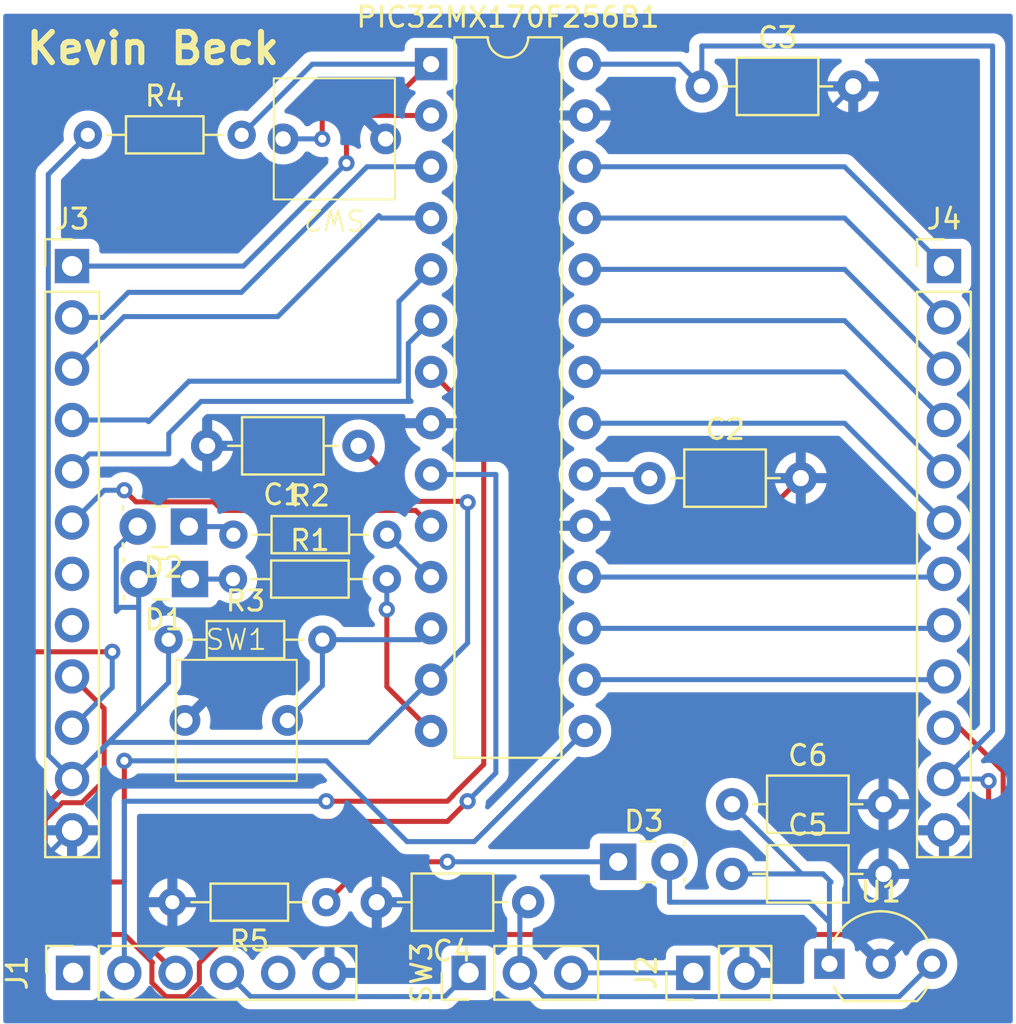
<source format=kicad_pcb>
(kicad_pcb (version 20221018) (generator pcbnew)
  (layers (0 "F.Cu" signal) (31 "B.Cu" signal) (34 "B.Paste" user) (35 "F.Paste" user) (36 "B.SilkS" user "B.Silkscreen") (37 "F.SilkS" user "F.Silkscreen") (38 "B.Mask" user) (39 "F.Mask" user) (44 "Edge.Cuts" user))
  (net 0 "")
  (net 1 "+3.3V")
  (net 2 "GND")
  (net 3 "Net-(PIC32MX170F256B1-Vcap)")
  (net 4 "Net-(SW3-B)")
  (net 5 "Net-(D1-K)")
  (net 6 "Net-(D2-K)")
  (net 7 "/MCLR")
  (net 8 "/A0")
  (net 9 "/A1")
  (net 10 "/B0")
  (net 11 "/B1")
  (net 12 "/B2")
  (net 13 "/U1TX")
  (net 14 "/U1RX")
  (net 15 "/A3")
  (net 16 "/GREEN")
  (net 17 "/USER")
  (net 18 "/YELLOW")
  (net 19 "/B6")
  (net 20 "/B7")
  (net 21 "/B8")
  (net 22 "/B9")
  (net 23 "/B10")
  (net 24 "/B11")
  (net 25 "/B12")
  (net 26 "/B13")
  (net 27 "/B14")
  (net 28 "/B15")
  (net 29 "Net-(D3-K)")
  (net 31 "+5V")
  (net 33 "Net-(J2-Pin_1)")
  (net 34 "/Vin")
  (footprint "Connector_PinHeader_2.54mm:PinHeader_1x12_P2.54mm_Vertical" (layer "F.Cu") (at 146.59 62.5)
    (fp_text reference "J4" (at 0 -2.33) (layer "F.SilkS"))
    (fp_text value "RIGHT")
    (fp_line (start -1.33 -1.33) (end 0 -1.33) (stroke (width 0.12)) (layer "F.SilkS"))
    (fp_line (start -1.33 0) (end -1.33 -1.33) (stroke (width 0.12)) (layer "F.SilkS"))
    (fp_line (start -1.33 1.27) (end -1.33 29.27) (stroke (width 0.12)) (layer "F.SilkS"))
    (fp_line (start -1.33 1.27) (end 1.33 1.27) (stroke (width 0.12)) (layer "F.SilkS"))
    (fp_line (start -1.33 29.27) (end 1.33 29.27) (stroke (width 0.12)) (layer "F.SilkS"))
    (fp_line (start 1.33 1.27) (end 1.33 29.27) (stroke (width 0.12)) (layer "F.SilkS"))
    (pad "1" thru_hole rect locked (at 0 0) (size 1.7 1.7) (drill 1) (layers "*.Cu" "*.Mask") (net 28 "/B15"))
    (pad "2" thru_hole oval locked (at 0 2.54) (size 1.7 1.7) (drill 1) (layers "*.Cu" "*.Mask") (net 27 "/B14"))
    (pad "3" thru_hole oval locked (at 0 5.08) (size 1.7 1.7) (drill 1) (layers "*.Cu" "*.Mask") (net 26 "/B13"))
    (pad "4" thru_hole oval locked (at 0 7.62) (size 1.7 1.7) (drill 1) (layers "*.Cu" "*.Mask") (net 25 "/B12"))
    (pad "5" thru_hole oval locked (at 0 10.16) (size 1.7 1.7) (drill 1) (layers "*.Cu" "*.Mask") (net 24 "/B11"))
    (pad "6" thru_hole oval locked (at 0 12.7) (size 1.7 1.7) (drill 1) (layers "*.Cu" "*.Mask") (net 23 "/B10"))
    (pad "7" thru_hole oval locked (at 0 15.24) (size 1.7 1.7) (drill 1) (layers "*.Cu" "*.Mask") (net 22 "/B9"))
    (pad "8" thru_hole oval locked (at 0 17.78) (size 1.7 1.7) (drill 1) (layers "*.Cu" "*.Mask") (net 21 "/B8"))
    (pad "9" thru_hole oval locked (at 0 20.32) (size 1.7 1.7) (drill 1) (layers "*.Cu" "*.Mask") (net 20 "/B7"))
    (pad "10" thru_hole oval locked (at 0 22.86) (size 1.7 1.7) (drill 1) (layers "*.Cu" "*.Mask") (net 34 "/Vin"))
    (pad "11" thru_hole oval locked (at 0 25.4) (size 1.7 1.7) (drill 1) (layers "*.Cu" "*.Mask") (net 1 "+3.3V"))
    (pad "12" thru_hole oval locked (at 0 27.94) (size 1.7 1.7) (drill 1) (layers "*.Cu" "*.Mask") (net 2 "GND"))
  )
  (footprint "Resistor_THT:R_Axial_DIN0204_L3.6mm_D1.6mm_P7.62mm_Horizontal" (layer "F.Cu") (at 111.4 75.8)
    (fp_text reference "R2" (at 3.81 -1.92) (layer "F.SilkS"))
    (fp_text value "330")
    (fp_line (start 0.94 0) (end 1.89 0) (stroke (width 0.12)) (layer "F.SilkS"))
    (fp_line (start 1.89 -0.92) (end 1.89 0.92) (stroke (width 0.12)) (layer "F.SilkS"))
    (fp_line (start 1.89 0.92) (end 5.73 0.92) (stroke (width 0.12)) (layer "F.SilkS"))
    (fp_line (start 5.73 -0.92) (end 1.89 -0.92) (stroke (width 0.12)) (layer "F.SilkS"))
    (fp_line (start 5.73 0.92) (end 5.73 -0.92) (stroke (width 0.12)) (layer "F.SilkS"))
    (fp_line (start 6.68 0) (end 5.73 0) (stroke (width 0.12)) (layer "F.SilkS"))
    (pad "1" thru_hole circle (at 0 0) (size 1.4 1.4) (drill 0.7) (layers "*.Cu" "*.Mask") (net 6 "Net-(D2-K)"))
    (pad "2" thru_hole oval (at 7.62 0) (size 1.4 1.4) (drill 0.7) (layers "*.Cu" "*.Mask") (net 16 "/GREEN"))
  )
  (footprint "Resistor_THT:R_Axial_DIN0204_L3.6mm_D1.6mm_P7.62mm_Horizontal" (layer "F.Cu") (at 111.38 78)
    (fp_text reference "R1" (at 3.81 -1.92) (layer "F.SilkS"))
    (fp_text value "330")
    (fp_line (start 0.94 0) (end 1.89 0) (stroke (width 0.12)) (layer "F.SilkS"))
    (fp_line (start 1.89 -0.92) (end 1.89 0.92) (stroke (width 0.12)) (layer "F.SilkS"))
    (fp_line (start 1.89 0.92) (end 5.73 0.92) (stroke (width 0.12)) (layer "F.SilkS"))
    (fp_line (start 5.73 -0.92) (end 1.89 -0.92) (stroke (width 0.12)) (layer "F.SilkS"))
    (fp_line (start 5.73 0.92) (end 5.73 -0.92) (stroke (width 0.12)) (layer "F.SilkS"))
    (fp_line (start 6.68 0) (end 5.73 0) (stroke (width 0.12)) (layer "F.SilkS"))
    (pad "1" thru_hole circle (at 0 0) (size 1.4 1.4) (drill 0.7) (layers "*.Cu" "*.Mask") (net 5 "Net-(D1-K)"))
    (pad "2" thru_hole oval (at 7.62 0) (size 1.4 1.4) (drill 0.7) (layers "*.Cu" "*.Mask") (net 18 "/YELLOW"))
  )
  (footprint "Custom Elements:2 Pin Button" (layer "F.Cu") (at 111.54 85)
    (fp_text reference "SW1" (at 0 -4 unlocked) (layer "F.SilkS") (effects (font (thickness 0.1))))
    (fp_text value "USER")
    (fp_rect (start 3 3) (end -3 -3) (stroke (width 0.1)) (fill none) (layer "F.SilkS"))
    (pad "1" thru_hole circle (at -2.54 0) (size 1.524 1.524) (drill 0.762) (layers "*.Cu" "*.Mask") (net 2 "GND"))
    (pad "2" thru_hole circle (at 2.54 0) (size 1.524 1.524) (drill 0.762) (layers "*.Cu" "*.Mask") (net 17 "/USER"))
  )
  (footprint "Resistor_THT:R_Axial_DIN0204_L3.6mm_D1.6mm_P7.62mm_Horizontal" (layer "F.Cu") (at 108.19 81)
    (fp_text reference "R3" (at 3.81 -1.92) (layer "F.SilkS"))
    (fp_text value "10k")
    (fp_line (start 0.94 0) (end 1.89 0) (stroke (width 0.12)) (layer "F.SilkS"))
    (fp_line (start 1.89 -0.92) (end 1.89 0.92) (stroke (width 0.12)) (layer "F.SilkS"))
    (fp_line (start 1.89 0.92) (end 5.73 0.92) (stroke (width 0.12)) (layer "F.SilkS"))
    (fp_line (start 5.73 -0.92) (end 1.89 -0.92) (stroke (width 0.12)) (layer "F.SilkS"))
    (fp_line (start 5.73 0.92) (end 5.73 -0.92) (stroke (width 0.12)) (layer "F.SilkS"))
    (fp_line (start 6.68 0) (end 5.73 0) (stroke (width 0.12)) (layer "F.SilkS"))
    (pad "1" thru_hole circle (at 0 0) (size 1.4 1.4) (drill 0.7) (layers "*.Cu" "*.Mask") (net 1 "+3.3V"))
    (pad "2" thru_hole oval (at 7.62 0) (size 1.4 1.4) (drill 0.7) (layers "*.Cu" "*.Mask") (net 17 "/USER"))
  )
  (footprint "Connector_PinSocket_2.54mm:PinSocket_1x06_P2.54mm_Vertical" (layer "F.Cu") (at 103.46 97.5 90)
    (fp_text reference "J1" (at 0 -2.77 90) (layer "F.SilkS"))
    (fp_text value "CP2102")
    (fp_line (start -1.33 1.27) (end -1.33 14.03) (stroke (width 0.12)) (layer "F.SilkS"))
    (fp_line (start -1.33 1.27) (end 1.33 1.27) (stroke (width 0.12)) (layer "F.SilkS"))
    (fp_line (start -1.33 14.03) (end 1.33 14.03) (stroke (width 0.12)) (layer "F.SilkS"))
    (fp_line (start 0 -1.33) (end 1.33 -1.33) (stroke (width 0.12)) (layer "F.SilkS"))
    (fp_line (start 1.33 -1.33) (end 1.33 0) (stroke (width 0.12)) (layer "F.SilkS"))
    (fp_line (start 1.33 1.27) (end 1.33 14.03) (stroke (width 0.12)) (layer "F.SilkS"))
    (pad "1" thru_hole rect (at 0 0 90) (size 1.7 1.7) (drill 1) (layers "*.Cu" "*.Mask"))
    (pad "2" thru_hole oval (at 0 2.54 90) (size 1.7 1.7) (drill 1) (layers "*.Cu" "*.Mask") (net 13 "/U1TX"))
    (pad "3" thru_hole oval (at 0 5.08 90) (size 1.7 1.7) (drill 1) (layers "*.Cu" "*.Mask") (net 14 "/U1RX"))
    (pad "4" thru_hole oval (at 0 7.62 90) (size 1.7 1.7) (drill 1) (layers "*.Cu" "*.Mask") (net 31 "+5V"))
    (pad "5" thru_hole oval (at 0 10.16 90) (size 1.7 1.7) (drill 1) (layers "*.Cu" "*.Mask"))
    (pad "6" thru_hole oval (at 0 12.7 90) (size 1.7 1.7) (drill 1) (layers "*.Cu" "*.Mask") (net 2 "GND"))
  )
  (footprint "Custom Elements:2 Pin Button" (layer "F.Cu") (at 116.4 56.2 180)
    (fp_text reference "SW2" (at 0 -4 180 unlocked) (layer "F.SilkS") (effects (font (thickness 0.1))))
    (fp_text value "MCLR")
    (fp_rect (start 3 3) (end -3 -3) (stroke (width 0.1)) (fill none) (layer "F.SilkS"))
    (pad "1" thru_hole circle (at -2.54 0 180) (size 1.524 1.524) (drill 0.762) (layers "*.Cu" "*.Mask") (net 2 "GND"))
    (pad "2" thru_hole circle (at 2.54 0 180) (size 1.524 1.524) (drill 0.762) (layers "*.Cu" "*.Mask") (net 7 "/MCLR"))
  )
  (footprint "Capacitor_THT:C_Axial_L3.8mm_D2.6mm_P7.50mm_Horizontal" (layer "F.Cu") (at 126 94 180)
    (fp_text reference "C4" (at 3.75 -2.42) (layer "F.SilkS"))
    (fp_text value "1uF")
    (fp_line (start 1.04 0) (end 1.73 0) (stroke (width 0.12)) (layer "F.SilkS"))
    (fp_line (start 1.73 -1.42) (end 1.73 1.42) (stroke (width 0.12)) (layer "F.SilkS"))
    (fp_line (start 1.73 1.42) (end 5.77 1.42) (stroke (width 0.12)) (layer "F.SilkS"))
    (fp_line (start 5.77 -1.42) (end 1.73 -1.42) (stroke (width 0.12)) (layer "F.SilkS"))
    (fp_line (start 5.77 1.42) (end 5.77 -1.42) (stroke (width 0.12)) (layer "F.SilkS"))
    (fp_line (start 6.46 0) (end 5.77 0) (stroke (width 0.12)) (layer "F.SilkS"))
    (pad "1" thru_hole circle (at 0 0 180) (size 1.6 1.6) (drill 0.8) (layers "*.Cu" "*.Mask") (net 4 "Net-(SW3-B)"))
    (pad "2" thru_hole oval (at 7.5 0 180) (size 1.6 1.6) (drill 0.8) (layers "*.Cu" "*.Mask") (net 2 "GND"))
  )
  (footprint "Connector_PinHeader_2.54mm:PinHeader_1x02_P2.54mm_Vertical" (layer "F.Cu") (at 134.175 97.5 90)
    (fp_text reference "J2" (at 0 -2.33 90) (layer "F.SilkS"))
    (fp_text value "BATTERY")
    (fp_line (start -1.33 -1.33) (end 0 -1.33) (stroke (width 0.12)) (layer "F.SilkS"))
    (fp_line (start -1.33 0) (end -1.33 -1.33) (stroke (width 0.12)) (layer "F.SilkS"))
    (fp_line (start -1.33 1.27) (end -1.33 3.87) (stroke (width 0.12)) (layer "F.SilkS"))
    (fp_line (start -1.33 1.27) (end 1.33 1.27) (stroke (width 0.12)) (layer "F.SilkS"))
    (fp_line (start -1.33 3.87) (end 1.33 3.87) (stroke (width 0.12)) (layer "F.SilkS"))
    (fp_line (start 1.33 1.27) (end 1.33 3.87) (stroke (width 0.12)) (layer "F.SilkS"))
    (pad "1" thru_hole rect (at 0 0 90) (size 1.7 1.7) (drill 1) (layers "*.Cu" "*.Mask") (net 33 "Net-(J2-Pin_1)"))
    (pad "2" thru_hole oval (at 0 2.54 90) (size 1.7 1.7) (drill 1) (layers "*.Cu" "*.Mask") (net 2 "GND"))
  )
  (footprint "LED_THT:LED_Rectangular_W3.9mm_H1.9mm" (layer "F.Cu") (at 130.46 92)
    (fp_text reference "D3" (at 1.27 -2.01) (layer "F.SilkS"))
    (fp_text value "RED")
    (fp_line (start 1.08 -1.01) (end 1.811 -1.01) (stroke (width 0.12)) (layer "F.SilkS"))
    (fp_line (start 1.08 1.01) (end 1.811 1.01) (stroke (width 0.12)) (layer "F.SilkS"))
    (fp_line (start 3.27 -1.01) (end 3.28 -1.01) (stroke (width 0.12)) (layer "F.SilkS"))
    (fp_line (start 3.27 1.01) (end 3.28 1.01) (stroke (width 0.12)) (layer "F.SilkS"))
    (fp_line (start 3.28 -1.01) (end 3.28 -0.825) (stroke (width 0.12)) (layer "F.SilkS"))
    (fp_line (start 3.28 0.825) (end 3.28 1.01) (stroke (width 0.12)) (layer "F.SilkS"))
    (pad "1" thru_hole rect (at 0 0) (size 1.8 1.8) (drill 0.9) (layers "*.Cu" "*.Mask") (net 29 "Net-(D3-K)"))
    (pad "2" thru_hole circle (at 2.54 0) (size 1.8 1.8) (drill 0.9) (layers "*.Cu" "*.Mask") (net 1 "+3.3V"))
  )
  (footprint "Capacitor_THT:C_Axial_L3.8mm_D2.6mm_P7.50mm_Horizontal" (layer "F.Cu") (at 134.6 53.6)
    (fp_text reference "C3" (at 3.75 -2.42) (layer "F.SilkS"))
    (fp_text value "0.1uF")
    (fp_line (start 1.04 0) (end 1.73 0) (stroke (width 0.12)) (layer "F.SilkS"))
    (fp_line (start 1.73 -1.42) (end 1.73 1.42) (stroke (width 0.12)) (layer "F.SilkS"))
    (fp_line (start 1.73 1.42) (end 5.77 1.42) (stroke (width 0.12)) (layer "F.SilkS"))
    (fp_line (start 5.77 -1.42) (end 1.73 -1.42) (stroke (width 0.12)) (layer "F.SilkS"))
    (fp_line (start 5.77 1.42) (end 5.77 -1.42) (stroke (width 0.12)) (layer "F.SilkS"))
    (fp_line (start 6.46 0) (end 5.77 0) (stroke (width 0.12)) (layer "F.SilkS"))
    (pad "1" thru_hole circle (at 0 0) (size 1.6 1.6) (drill 0.8) (layers "*.Cu" "*.Mask") (net 1 "+3.3V"))
    (pad "2" thru_hole oval (at 7.5 0) (size 1.6 1.6) (drill 0.8) (layers "*.Cu" "*.Mask") (net 2 "GND"))
  )
  (footprint "Capacitor_THT:C_Axial_L3.8mm_D2.6mm_P7.50mm_Horizontal" (layer "F.Cu") (at 117.6 71.4 180)
    (fp_text reference "C1" (at 3.75 -2.42) (layer "F.SilkS"))
    (fp_text value "0.1uF")
    (fp_line (start 1.04 0) (end 1.73 0) (stroke (width 0.12)) (layer "F.SilkS"))
    (fp_line (start 1.73 -1.42) (end 1.73 1.42) (stroke (width 0.12)) (layer "F.SilkS"))
    (fp_line (start 1.73 1.42) (end 5.77 1.42) (stroke (width 0.12)) (layer "F.SilkS"))
    (fp_line (start 5.77 -1.42) (end 1.73 -1.42) (stroke (width 0.12)) (layer "F.SilkS"))
    (fp_line (start 5.77 1.42) (end 5.77 -1.42) (stroke (width 0.12)) (layer "F.SilkS"))
    (fp_line (start 6.46 0) (end 5.77 0) (stroke (width 0.12)) (layer "F.SilkS"))
    (pad "1" thru_hole circle (at 0 0 180) (size 1.6 1.6) (drill 0.8) (layers "*.Cu" "*.Mask") (net 1 "+3.3V"))
    (pad "2" thru_hole oval (at 7.5 0 180) (size 1.6 1.6) (drill 0.8) (layers "*.Cu" "*.Mask") (net 2 "GND"))
  )
  (footprint "Connector_PinHeader_2.54mm:PinHeader_1x03_P2.54mm_Vertical" (layer "F.Cu") (at 123.05 97.5 90)
    (fp_text reference "SW3" (at 0 -2.33 90) (layer "F.SilkS"))
    (fp_text value "SW_SLIDE")
    (fp_line (start -1.33 -1.33) (end 0 -1.33) (stroke (width 0.12)) (layer "F.SilkS"))
    (fp_line (start -1.33 0) (end -1.33 -1.33) (stroke (width 0.12)) (layer "F.SilkS"))
    (fp_line (start -1.33 1.27) (end -1.33 6.41) (stroke (width 0.12)) (layer "F.SilkS"))
    (fp_line (start -1.33 1.27) (end 1.33 1.27) (stroke (width 0.12)) (layer "F.SilkS"))
    (fp_line (start -1.33 6.41) (end 1.33 6.41) (stroke (width 0.12)) (layer "F.SilkS"))
    (fp_line (start 1.33 1.27) (end 1.33 6.41) (stroke (width 0.12)) (layer "F.SilkS"))
    (pad "1" thru_hole rect (at 0 0 90) (size 1.7 1.7) (drill 1) (layers "*.Cu" "*.Mask") (net 31 "+5V"))
    (pad "2" thru_hole oval (at 0 2.54 90) (size 1.7 1.7) (drill 1) (layers "*.Cu" "*.Mask") (net 4 "Net-(SW3-B)"))
    (pad "3" thru_hole oval (at 0 5.08 90) (size 1.7 1.7) (drill 1) (layers "*.Cu" "*.Mask") (net 33 "Net-(J2-Pin_1)"))
  )
  (footprint "LED_THT:LED_Rectangular_W3.9mm_H1.9mm" (layer "F.Cu") (at 109.25 78 180)
    (fp_text reference "D1" (at 1.27 -2.01) (layer "F.SilkS"))
    (fp_text value "YELLOW")
    (fp_line (start 1.08 -1.01) (end 1.811 -1.01) (stroke (width 0.12)) (layer "F.SilkS"))
    (fp_line (start 1.08 1.01) (end 1.811 1.01) (stroke (width 0.12)) (layer "F.SilkS"))
    (fp_line (start 3.27 -1.01) (end 3.28 -1.01) (stroke (width 0.12)) (layer "F.SilkS"))
    (fp_line (start 3.27 1.01) (end 3.28 1.01) (stroke (width 0.12)) (layer "F.SilkS"))
    (fp_line (start 3.28 -1.01) (end 3.28 -0.825) (stroke (width 0.12)) (layer "F.SilkS"))
    (fp_line (start 3.28 0.825) (end 3.28 1.01) (stroke (width 0.12)) (layer "F.SilkS"))
    (pad "1" thru_hole rect (at 0 0 180) (size 1.8 1.8) (drill 0.9) (layers "*.Cu" "*.Mask") (net 5 "Net-(D1-K)"))
    (pad "2" thru_hole circle (at 2.54 0 180) (size 1.8 1.8) (drill 0.9) (layers "*.Cu" "*.Mask") (net 1 "+3.3V"))
  )
  (footprint "Connector_PinHeader_2.54mm:PinHeader_1x12_P2.54mm_Vertical" (layer "F.Cu") (at 103.41 62.5)
    (fp_text reference "J3" (at 0 -2.33) (layer "F.SilkS"))
    (fp_text value "LEFT")
    (fp_line (start -1.33 -1.33) (end 0 -1.33) (stroke (width 0.12)) (layer "F.SilkS"))
    (fp_line (start -1.33 0) (end -1.33 -1.33) (stroke (width 0.12)) (layer "F.SilkS"))
    (fp_line (start -1.33 1.27) (end -1.33 29.27) (stroke (width 0.12)) (layer "F.SilkS"))
    (fp_line (start -1.33 1.27) (end 1.33 1.27) (stroke (width 0.12)) (layer "F.SilkS"))
    (fp_line (start -1.33 29.27) (end 1.33 29.27) (stroke (width 0.12)) (layer "F.SilkS"))
    (fp_line (start 1.33 1.27) (end 1.33 29.27) (stroke (width 0.12)) (layer "F.SilkS"))
    (pad "1" thru_hole rect locked (at 0 0) (size 1.7 1.7) (drill 1) (layers "*.Cu" "*.Mask") (net 8 "/A0"))
    (pad "2" thru_hole oval locked (at 0 2.54) (size 1.7 1.7) (drill 1) (layers "*.Cu" "*.Mask") (net 9 "/A1"))
    (pad "3" thru_hole oval locked (at 0 5.08) (size 1.7 1.7) (drill 1) (layers "*.Cu" "*.Mask") (net 10 "/B0"))
    (pad "4" thru_hole oval locked (at 0 7.62) (size 1.7 1.7) (drill 1) (layers "*.Cu" "*.Mask") (net 11 "/B1"))
    (pad "5" thru_hole oval locked (at 0 10.16) (size 1.7 1.7) (drill 1) (layers "*.Cu" "*.Mask") (net 12 "/B2"))
    (pad "6" thru_hole oval locked (at 0 12.7) (size 1.7 1.7) (drill 1) (layers "*.Cu" "*.Mask") (net 15 "/A3"))
    (pad "7" thru_hole oval locked (at 0 15.24) (size 1.7 1.7) (drill 1) (layers "*.Cu" "*.Mask") (net 16 "/GREEN"))
    (pad "8" thru_hole oval locked (at 0 17.78) (size 1.7 1.7) (drill 1) (layers "*.Cu" "*.Mask") (net 18 "/YELLOW"))
    (pad "9" thru_hole oval locked (at 0 20.32) (size 1.7 1.7) (drill 1) (layers "*.Cu" "*.Mask") (net 19 "/B6"))
    (pad "10" thru_hole oval locked (at 0 22.86) (size 1.7 1.7) (drill 1) (layers "*.Cu" "*.Mask") (net 34 "/Vin"))
    (pad "11" thru_hole oval locked (at 0 25.4) (size 1.7 1.7) (drill 1) (layers "*.Cu" "*.Mask") (net 1 "+3.3V"))
    (pad "12" thru_hole oval locked (at 0 27.94) (size 1.7 1.7) (drill 1) (layers "*.Cu" "*.Mask") (net 2 "GND"))
  )
  (footprint "Capacitor_THT:C_Axial_L3.8mm_D2.6mm_P7.50mm_Horizontal" (layer "F.Cu") (at 136.1 89.15)
    (fp_text reference "C6" (at 3.75 -2.42) (layer "F.SilkS"))
    (fp_text value "1uF")
    (fp_line (start 1.04 0) (end 1.73 0) (stroke (width 0.12)) (layer "F.SilkS"))
    (fp_line (start 1.73 -1.42) (end 1.73 1.42) (stroke (width 0.12)) (layer "F.SilkS"))
    (fp_line (start 1.73 1.42) (end 5.77 1.42) (stroke (width 0.12)) (layer "F.SilkS"))
    (fp_line (start 5.77 -1.42) (end 1.73 -1.42) (stroke (width 0.12)) (layer "F.SilkS"))
    (fp_line (start 5.77 1.42) (end 5.77 -1.42) (stroke (width 0.12)) (layer "F.SilkS"))
    (fp_line (start 6.46 0) (end 5.77 0) (stroke (width 0.12)) (layer "F.SilkS"))
    (pad "1" thru_hole circle (at 0 0) (size 1.6 1.6) (drill 0.8) (layers "*.Cu" "*.Mask") (net 1 "+3.3V"))
    (pad "2" thru_hole oval (at 7.5 0) (size 1.6 1.6) (drill 0.8) (layers "*.Cu" "*.Mask") (net 2 "GND"))
  )
  (footprint "Capacitor_THT:C_Axial_L3.8mm_D2.6mm_P7.50mm_Horizontal" (layer "F.Cu") (at 136.1 92.6)
    (fp_text reference "C5" (at 3.75 -2.42) (layer "F.SilkS"))
    (fp_text value "1uF")
    (fp_line (start 1.04 0) (end 1.73 0) (stroke (width 0.12)) (layer "F.SilkS"))
    (fp_line (start 1.73 -1.42) (end 1.73 1.42) (stroke (width 0.12)) (layer "F.SilkS"))
    (fp_line (start 1.73 1.42) (end 5.77 1.42) (stroke (width 0.12)) (layer "F.SilkS"))
    (fp_line (start 5.77 -1.42) (end 1.73 -1.42) (stroke (width 0.12)) (layer "F.SilkS"))
    (fp_line (start 5.77 1.42) (end 5.77 -1.42) (stroke (width 0.12)) (layer "F.SilkS"))
    (fp_line (start 6.46 0) (end 5.77 0) (stroke (width 0.12)) (layer "F.SilkS"))
    (pad "1" thru_hole circle (at 0 0) (size 1.6 1.6) (drill 0.8) (layers "*.Cu" "*.Mask") (net 1 "+3.3V"))
    (pad "2" thru_hole oval (at 7.5 0) (size 1.6 1.6) (drill 0.8) (layers "*.Cu" "*.Mask") (net 2 "GND"))
  )
  (footprint "Resistor_THT:R_Axial_DIN0204_L3.6mm_D1.6mm_P7.62mm_Horizontal" (layer "F.Cu") (at 116 94 180)
    (fp_text reference "R5" (at 3.81 -1.92) (layer "F.SilkS"))
    (fp_text value "330")
    (fp_line (start 0.94 0) (end 1.89 0) (stroke (width 0.12)) (layer "F.SilkS"))
    (fp_line (start 1.89 -0.92) (end 1.89 0.92) (stroke (width 0.12)) (layer "F.SilkS"))
    (fp_line (start 1.89 0.92) (end 5.73 0.92) (stroke (width 0.12)) (layer "F.SilkS"))
    (fp_line (start 5.73 -0.92) (end 1.89 -0.92) (stroke (width 0.12)) (layer "F.SilkS"))
    (fp_line (start 5.73 0.92) (end 5.73 -0.92) (stroke (width 0.12)) (layer "F.SilkS"))
    (fp_line (start 6.68 0) (end 5.73 0) (stroke (width 0.12)) (layer "F.SilkS"))
    (pad "1" thru_hole circle (at 0 0 180) (size 1.4 1.4) (drill 0.7) (layers "*.Cu" "*.Mask") (net 29 "Net-(D3-K)"))
    (pad "2" thru_hole oval (at 7.62 0 180) (size 1.4 1.4) (drill 0.7) (layers "*.Cu" "*.Mask") (net 2 "GND"))
  )
  (footprint "LED_THT:LED_Rectangular_W3.9mm_H1.9mm" (layer "F.Cu") (at 109.2 75.4 180)
    (fp_text reference "D2" (at 1.27 -2.01) (layer "F.SilkS"))
    (fp_text value "GREEN")
    (fp_line (start 1.08 -1.01) (end 1.811 -1.01) (stroke (width 0.12)) (layer "F.SilkS"))
    (fp_line (start 1.08 1.01) (end 1.811 1.01) (stroke (width 0.12)) (layer "F.SilkS"))
    (fp_line (start 3.27 -1.01) (end 3.28 -1.01) (stroke (width 0.12)) (layer "F.SilkS"))
    (fp_line (start 3.27 1.01) (end 3.28 1.01) (stroke (width 0.12)) (layer "F.SilkS"))
    (fp_line (start 3.28 -1.01) (end 3.28 -0.825) (stroke (width 0.12)) (layer "F.SilkS"))
    (fp_line (start 3.28 0.825) (end 3.28 1.01) (stroke (width 0.12)) (layer "F.SilkS"))
    (pad "1" thru_hole rect (at 0 0 180) (size 1.8 1.8) (drill 0.9) (layers "*.Cu" "*.Mask") (net 6 "Net-(D2-K)"))
    (pad "2" thru_hole circle (at 2.54 0 180) (size 1.8 1.8) (drill 0.9) (layers "*.Cu" "*.Mask") (net 1 "+3.3V"))
  )
  (footprint "Package_DIP:DIP-28_W7.62mm" (layer "F.Cu") (at 121.19 52.5)
    (fp_text reference "PIC32MX170F256B1" (at 3.81 -2.33) (layer "F.SilkS"))
    (fp_text value "~")
    (fp_line (start 1.16 -1.33) (end 1.16 34.35) (stroke (width 0.12)) (layer "F.SilkS"))
    (fp_line (start 1.16 34.35) (end 6.46 34.35) (stroke (width 0.12)) (layer "F.SilkS"))
    (fp_line (start 2.81 -1.33) (end 1.16 -1.33) (stroke (width 0.12)) (layer "F.SilkS"))
    (fp_line (start 6.46 -1.33) (end 4.81 -1.33) (stroke (width 0.12)) (layer "F.SilkS"))
    (fp_line (start 6.46 34.35) (end 6.46 -1.33) (stroke (width 0.12)) (layer "F.SilkS"))
    (fp_arc (start 4.81 -1.33) (mid 3.81 -0.33) (end 2.81 -1.33) (stroke (width 0.12)) (layer "F.SilkS"))
    (pad "1" thru_hole rect locked (at 0 0) (size 1.6 1.6) (drill 0.8) (layers "*.Cu" "*.Mask") (net 7 "/MCLR"))
    (pad "2" thru_hole oval locked (at 0 2.54) (size 1.6 1.6) (drill 0.8) (layers "*.Cu" "*.Mask") (net 8 "/A0"))
    (pad "3" thru_hole oval locked (at 0 5.08) (size 1.6 1.6) (drill 0.8) (layers "*.Cu" "*.Mask") (net 9 "/A1"))
    (pad "4" thru_hole oval locked (at 0 7.62) (size 1.6 1.6) (drill 0.8) (layers "*.Cu" "*.Mask") (net 10 "/B0"))
    (pad "5" thru_hole oval locked (at 0 10.16) (size 1.6 1.6) (drill 0.8) (layers "*.Cu" "*.Mask") (net 11 "/B1"))
    (pad "6" thru_hole oval locked (at 0 12.7) (size 1.6 1.6) (drill 0.8) (layers "*.Cu" "*.Mask") (net 12 "/B2"))
    (pad "7" thru_hole oval locked (at 0 15.24) (size 1.6 1.6) (drill 0.8) (layers "*.Cu" "*.Mask") (net 13 "/U1TX"))
    (pad "8" thru_hole oval locked (at 0 17.78) (size 1.6 1.6) (drill 0.8) (layers "*.Cu" "*.Mask") (net 2 "GND"))
    (pad "9" thru_hole oval locked (at 0 20.32) (size 1.6 1.6) (drill 0.8) (layers "*.Cu" "*.Mask") (net 14 "/U1RX"))
    (pad "10" thru_hole oval locked (at 0 22.86) (size 1.6 1.6) (drill 0.8) (layers "*.Cu" "*.Mask") (net 15 "/A3"))
    (pad "11" thru_hole oval locked (at 0 25.4) (size 1.6 1.6) (drill 0.8) (layers "*.Cu" "*.Mask") (net 16 "/GREEN"))
    (pad "12" thru_hole oval locked (at 0 27.94) (size 1.6 1.6) (drill 0.8) (layers "*.Cu" "*.Mask") (net 17 "/USER"))
    (pad "13" thru_hole oval locked (at 0 30.48) (size 1.6 1.6) (drill 0.8) (layers "*.Cu" "*.Mask") (net 1 "+3.3V"))
    (pad "14" thru_hole oval locked (at 0 33.02) (size 1.6 1.6) (drill 0.8) (layers "*.Cu" "*.Mask") (net 18 "/YELLOW"))
    (pad "15" thru_hole oval locked (at 7.62 33.02) (size 1.6 1.6) (drill 0.8) (layers "*.Cu" "*.Mask") (net 19 "/B6"))
    (pad "16" thru_hole oval locked (at 7.62 30.48) (size 1.6 1.6) (drill 0.8) (layers "*.Cu" "*.Mask") (net 20 "/B7"))
    (pad "17" thru_hole oval locked (at 7.62 27.94) (size 1.6 1.6) (drill 0.8) (layers "*.Cu" "*.Mask") (net 21 "/B8"))
    (pad "18" thru_hole oval locked (at 7.62 25.4) (size 1.6 1.6) (drill 0.8) (layers "*.Cu" "*.Mask") (net 22 "/B9"))
    (pad "19" thru_hole oval locked (at 7.62 22.86) (size 1.6 1.6) (drill 0.8) (layers "*.Cu" "*.Mask") (net 2 "GND"))
    (pad "20" thru_hole oval locked (at 7.62 20.32) (size 1.6 1.6) (drill 0.8) (layers "*.Cu" "*.Mask") (net 3 "Net-(PIC32MX170F256B1-Vcap)"))
    (pad "21" thru_hole oval locked (at 7.62 17.78) (size 1.6 1.6) (drill 0.8) (layers "*.Cu" "*.Mask") (net 23 "/B10"))
    (pad "22" thru_hole oval locked (at 7.62 15.24) (size 1.6 1.6) (drill 0.8) (layers "*.Cu" "*.Mask") (net 24 "/B11"))
    (pad "23" thru_hole oval locked (at 7.62 12.7) (size 1.6 1.6) (drill 0.8) (layers "*.Cu" "*.Mask") (net 25 "/B12"))
    (pad "24" thru_hole oval locked (at 7.62 10.16) (size 1.6 1.6) (drill 0.8) (layers "*.Cu" "*.Mask") (net 26 "/B13"))
    (pad "25" thru_hole oval locked (at 7.62 7.62) (size 1.6 1.6) (drill 0.8) (layers "*.Cu" "*.Mask") (net 27 "/B14"))
    (pad "26" thru_hole oval locked (at 7.62 5.08) (size 1.6 1.6) (drill 0.8) (layers "*.Cu" "*.Mask") (net 28 "/B15"))
    (pad "27" thru_hole oval locked (at 7.62 2.54) (size 1.6 1.6) (drill 0.8) (layers "*.Cu" "*.Mask") (net 2 "GND"))
    (pad "28" thru_hole oval locked (at 7.62 0) (size 1.6 1.6) (drill 0.8) (layers "*.Cu" "*.Mask") (net 1 "+3.3V"))
  )
  (footprint "Resistor_THT:R_Axial_DIN0204_L3.6mm_D1.6mm_P7.62mm_Horizontal" (layer "F.Cu") (at 104.19 56)
    (fp_text reference "R4" (at 3.81 -1.92) (layer "F.SilkS"))
    (fp_text value "10k")
    (fp_line (start 0.94 0) (end 1.89 0) (stroke (width 0.12)) (layer "F.SilkS"))
    (fp_line (start 1.89 -0.92) (end 1.89 0.92) (stroke (width 0.12)) (layer "F.SilkS"))
    (fp_line (start 1.89 0.92) (end 5.73 0.92) (stroke (width 0.12)) (layer "F.SilkS"))
    (fp_line (start 5.73 -0.92) (end 1.89 -0.92) (stroke (width 0.12)) (layer "F.SilkS"))
    (fp_line (start 5.73 0.92) (end 5.73 -0.92) (stroke (width 0.12)) (layer "F.SilkS"))
    (fp_line (start 6.68 0) (end 5.73 0) (stroke (width 0.12)) (layer "F.SilkS"))
    (pad "1" thru_hole circle (at 0 0) (size 1.4 1.4) (drill 0.7) (layers "*.Cu" "*.Mask") (net 1 "+3.3V"))
    (pad "2" thru_hole oval (at 7.62 0) (size 1.4 1.4) (drill 0.7) (layers "*.Cu" "*.Mask") (net 7 "/MCLR"))
  )
  (footprint "Package_TO_SOT_THT:TO-92_Inline_Wide" (layer "F.Cu") (at 140.92 97.05)
    (fp_text reference "U1" (at 2.54 -3.56) (layer "F.SilkS"))
    (fp_text value "AP7381-33V")
    (fp_line (start 0.74 1.85) (end 4.34 1.85) (stroke (width 0.12)) (layer "F.SilkS"))
    (fp_arc (start 0.1836 -1.098807) (mid 1.143021 -2.192817) (end 2.54 -2.6) (stroke (width 0.12)) (layer "F.SilkS"))
    (fp_arc (start 0.74 1.85) (mid 0.446097 1.509328) (end 0.215816 1.122795) (stroke (width 0.12)) (layer "F.SilkS"))
    (fp_arc (start 2.54 -2.6) (mid 3.936979 -2.192818) (end 4.8964 -1.098807) (stroke (width 0.12)) (layer "F.SilkS"))
    (fp_arc (start 4.864184 1.122795) (mid 4.633903 1.509328) (end 4.34 1.85) (stroke (width 0.12)) (layer "F.SilkS"))
    (pad "1" thru_hole rect (at 0 0) (size 1.5 1.5) (drill 0.8) (layers "*.Cu" "*.Mask") (net 1 "+3.3V"))
    (pad "2" thru_hole circle (at 2.54 0) (size 1.5 1.5) (drill 0.8) (layers "*.Cu" "*.Mask") (net 2 "GND"))
    (pad "3" thru_hole circle (at 5.08 0) (size 1.5 1.5) (drill 0.8) (layers "*.Cu" "*.Mask") (net 4 "Net-(SW3-B)"))
  )
  (footprint "Capacitor_THT:C_Axial_L3.8mm_D2.6mm_P7.50mm_Horizontal" (layer "F.Cu") (at 132 73)
    (fp_text reference "C2" (at 3.75 -2.42) (layer "F.SilkS"))
    (fp_text value "1uF")
    (fp_line (start 1.04 0) (end 1.73 0) (stroke (width 0.12)) (layer "F.SilkS"))
    (fp_line (start 1.73 -1.42) (end 1.73 1.42) (stroke (width 0.12)) (layer "F.SilkS"))
    (fp_line (start 1.73 1.42) (end 5.77 1.42) (stroke (width 0.12)) (layer "F.SilkS"))
    (fp_line (start 5.77 -1.42) (end 1.73 -1.42) (stroke (width 0.12)) (layer "F.SilkS"))
    (fp_line (start 5.77 1.42) (end 5.77 -1.42) (stroke (width 0.12)) (layer "F.SilkS"))
    (fp_line (start 6.46 0) (end 5.77 0) (stroke (width 0.12)) (layer "F.SilkS"))
    (pad "1" thru_hole circle (at 0 0) (size 1.6 1.6) (drill 0.8) (layers "*.Cu" "*.Mask") (net 3 "Net-(PIC32MX170F256B1-Vcap)"))
    (pad "2" thru_hole oval (at 7.5 0) (size 1.6 1.6) (drill 0.8) (layers "*.Cu" "*.Mask") (net 2 "GND"))
  )
  (gr_text "Kevin Beck" (at 101 52.6) (layer "F.SilkS") (effects (font (size 1.5 1.5) (thickness 0.3) bold) (justify left bottom)))
  (segment (start 109.026701 98.675) (end 108.053299 98.675) (width 0.25) (layer "F.Cu") (net 1))
  (segment (start 111.128299 95.6) (end 109.715 97.013299) (width 0.25) (layer "F.Cu") (net 1))
  (segment (start 148.8 88) (end 148.8 95.6) (width 0.25) (layer "F.Cu") (net 1))
  (segment (start 106.003604 95.6) (end 105 95.6) (width 0.25) (layer "F.Cu") (net 1))
  (segment (start 123 74.2) (end 122.95 74.15) (width 0.25) (layer "F.Cu") (net 1))
  (segment (start 109.715 97.013299) (end 109.715 97.986701) (width 0.25) (layer "F.Cu") (net 1))
  (segment (start 101.55 93.186396) (end 101.55 89.76) (width 0.25) (layer "F.Cu") (net 1))
  (segment (start 101.55 89.76) (end 103.41 87.9) (width 0.25) (layer "F.Cu") (net 1))
  (segment (start 107.365 97.986701) (end 107.365 97.013299) (width 0.25) (layer "F.Cu") (net 1))
  (segment (start 120.35 74.15) (end 117.6 71.4) (width 0.25) (layer "F.Cu") (net 1))
  (segment (start 148.8 95.6) (end 111.128299 95.6) (width 0.25) (layer "F.Cu") (net 1))
  (segment (start 105 93.45) (end 101.813604 93.45) (width 0.25) (layer "F.Cu") (net 1))
  (segment (start 101.813604 93.45) (end 101.55 93.186396) (width 0.25) (layer "F.Cu") (net 1))
  (segment (start 107.390951 96.987347) (end 106.003604 95.6) (width 0.25) (layer "F.Cu") (net 1))
  (segment (start 108.053299 98.675) (end 107.365 97.986701) (width 0.25) (layer "F.Cu") (net 1))
  (segment (start 122.95 74.15) (end 120.35 74.15) (width 0.25) (layer "F.Cu") (net 1))
  (segment (start 107.365 97.013299) (end 107.390951 96.987347) (width 0.25) (layer "F.Cu") (net 1))
  (segment (start 105 95.6) (end 105 93.45) (width 0.25) (layer "F.Cu") (net 1))
  (segment (start 109.715 97.986701) (end 109.026701 98.675) (width 0.25) (layer "F.Cu") (net 1))
  (via (at 148.8 88) (size 0.8) (drill 0.4) (layers "F.Cu" "B.Cu") (net 1))
  (via (at 123 74.2) (size 0.8) (drill 0.4) (layers "F.Cu" "B.Cu") (net 1))
  (segment (start 118.083 86.087) (end 121.19 82.98) (width 0.25) (layer "B.Cu") (net 1))
  (segment (start 102.235 57.955) (end 104.19 56) (width 0.25) (layer "B.Cu") (net 1))
  (segment (start 106.71 84.6) (end 106.71 79.4) (width 0.25) (layer "B.Cu") (net 1))
  (segment (start 136.1 92.6) (end 140.6 92.6) (width 0.25) (layer "B.Cu") (net 1))
  (segment (start 103.41 87.9) (end 102.235 86.725) (width 0.25) (layer "B.Cu") (net 1))
  (segment (start 140.92 93.08) (end 141 93) (width 0.25) (layer "B.Cu") (net 1))
  (segment (start 139.92 94) (end 133 94) (width 0.25) (layer "B.Cu") (net 1))
  (segment (start 128.81 52.5) (end 133.5 52.5) (width 0.25) (layer "B.Cu") (net 1))
  (segment (start 136.1 89.15) (end 139.55 92.6) (width 0.25) (layer "B.Cu") (net 1))
  (segment (start 106.71 79.4) (end 106.71 78) (width 0.25) (layer "B.Cu") (net 1))
  (segment (start 123 81.17) (end 123 74.2) (width 0.25) (layer "B.Cu") (net 1))
  (segment (start 105.6 76.46) (end 106.66 75.4) (width 0.25) (layer "B.Cu") (net 1))
  (segment (start 141 93) (end 140.6 92.6) (width 0.25) (layer "B.Cu") (net 1))
  (segment (start 133.5 52.5) (end 134.6 53.6) (width 0.25) (layer "B.Cu") (net 1))
  (segment (start 140.92 95) (end 139.92 94) (width 0.25) (layer "B.Cu") (net 1))
  (segment (start 105.8 79.4) (end 105.6 79.6) (width 0.25) (layer "B.Cu") (net 1))
  (segment (start 102.235 86.725) (end 102.235 57.955) (width 0.25) (layer "B.Cu") (net 1))
  (segment (start 149 51.6) (end 149 85.49) (width 0.25) (layer "B.Cu") (net 1))
  (segment (start 134.6 51.6) (end 149 51.6) (width 0.25) (layer "B.Cu") (net 1))
  (segment (start 105.223 86.087) (end 118.083 86.087) (width 0.25) (layer "B.Cu") (net 1))
  (segment (start 146.59 87.9) (end 148.7 87.9) (width 0.25) (layer "B.Cu") (net 1))
  (segment (start 106.71 79.4) (end 105.8 79.4) (width 0.25) (layer "B.Cu") (net 1))
  (segment (start 133 94) (end 133 92) (width 0.25) (layer "B.Cu") (net 1))
  (segment (start 105.6 79.6) (end 105.6 76.46) (width 0.25) (layer "B.Cu") (net 1))
  (segment (start 140.92 97.05) (end 140.92 95) (width 0.25) (layer "B.Cu") (net 1))
  (segment (start 103.41 87.9) (end 108.19 83.12) (width 0.25) (layer "B.Cu") (net 1))
  (segment (start 103.41 87.9) (end 105.223 86.087) (width 0.25) (layer "B.Cu") (net 1))
  (segment (start 108.19 83.12) (end 108.19 81) (width 0.25) (layer "B.Cu") (net 1))
  (segment (start 148.7 87.9) (end 148.8 88) (width 0.25) (layer "B.Cu") (net 1))
  (segment (start 121.19 82.98) (end 123 81.17) (width 0.25) (layer "B.Cu") (net 1))
  (segment (start 103.41 87.9) (end 106.71 84.6) (width 0.25) (layer "B.Cu") (net 1))
  (segment (start 149 85.49) (end 146.59 87.9) (width 0.25) (layer "B.Cu") (net 1))
  (segment (start 134.6 53.6) (end 134.6 51.6) (width 0.25) (layer "B.Cu") (net 1))
  (segment (start 140.92 95) (end 140.92 93.08) (width 0.25) (layer "B.Cu") (net 1))
  (segment (start 139.55 92.6) (end 140.6 92.6) (width 0.25) (layer "B.Cu") (net 1))
  (segment (start 139.5 73) (end 137.14 75.36) (width 0.25) (layer "F.Cu") (net 2))
  (segment (start 137.14 75.36) (end 128.81 75.36) (width 0.25) (layer "F.Cu") (net 2))
  (segment (start 140.66 55.04) (end 128.81 55.04) (width 0.25) (layer "B.Cu") (net 2))
  (segment (start 102.25 91.6) (end 103.41 90.44) (width 0.25) (layer "B.Cu") (net 2))
  (segment (start 142.1 53.6) (end 140.66 55.04) (width 0.25) (layer "B.Cu") (net 2))
  (segment (start 128.81 72.82) (end 131.82 72.82) (width 0.25) (layer "B.Cu") (net 3))
  (segment (start 125.59 97.5) (end 126.765 98.675) (width 0.25) (layer "B.Cu") (net 4))
  (segment (start 144.375 98.675) (end 146 97.05) (width 0.25) (layer "B.Cu") (net 4))
  (segment (start 126.765 98.675) (end 144.375 98.675) (width 0.25) (layer "B.Cu") (net 4))
  (segment (start 125.59 97.5) (end 125.59 94.41) (width 0.25) (layer "B.Cu") (net 4))
  (segment (start 109.25 78) (end 111.38 78) (width 0.25) (layer "B.Cu") (net 5))
  (segment (start 109.2 75.4) (end 111 75.4) (width 0.25) (layer "B.Cu") (net 6))
  (segment (start 117.4 53.6) (end 120 53.6) (width 0.25) (layer "F.Cu") (net 7))
  (segment (start 120 53.6) (end 121.1 52.5) (width 0.25) (layer "F.Cu") (net 7))
  (segment (start 115.8 56.2) (end 115.8 55.2) (width 0.25) (layer "F.Cu") (net 7))
  (segment (start 115.8 55.2) (end 117.4 53.6) (width 0.25) (layer "F.Cu") (net 7))
  (via (at 115.8 56.2) (size 0.8) (drill 0.4) (layers "F.Cu" "B.Cu") (net 7))
  (segment (start 113.86 56.2) (end 115.8 56.2) (width 0.25) (layer "B.Cu") (net 7))
  (segment (start 111.81 56) (end 115.31 52.5) (width 0.25) (layer "B.Cu") (net 7))
  (segment (start 115.31 52.5) (end 121.19 52.5) (width 0.25) (layer "B.Cu") (net 7))
  (segment (start 117 57.4) (end 117 56.036396) (width 0.25) (layer "F.Cu") (net 8))
  (segment (start 117.4 55.636396) (end 117.4 54.6) (width 0.25) (layer "F.Cu") (net 8))
  (segment (start 117 56.036396) (end 117.4 55.636396) (width 0.25) (layer "F.Cu") (net 8))
  (segment (start 117.84 55.04) (end 121.19 55.04) (width 0.25) (layer "F.Cu") (net 8))
  (segment (start 117.4 54.6) (end 117.84 55.04) (width 0.25) (layer "F.Cu") (net 8))
  (via (at 117 57.4) (size 0.8) (drill 0.4) (layers "F.Cu" "B.Cu") (net 8))
  (segment (start 103.41 62.5) (end 111.9 62.5) (width 0.25) (layer "B.Cu") (net 8))
  (segment (start 111.9 62.5) (end 117 57.4) (width 0.25) (layer "B.Cu") (net 8))
  (segment (start 104.96 65.04) (end 106.2 63.8) (width 0.25) (layer "B.Cu") (net 9))
  (segment (start 111.8 63.8) (end 118.02 57.58) (width 0.25) (layer "B.Cu") (net 9))
  (segment (start 103.41 65.04) (end 104.96 65.04) (width 0.25) (layer "B.Cu") (net 9))
  (segment (start 118.02 57.58) (end 121.19 57.58) (width 0.25) (layer "B.Cu") (net 9))
  (segment (start 106.2 63.8) (end 111.8 63.8) (width 0.25) (layer "B.Cu") (net 9))
  (segment (start 113.6 65) (end 105.99 65) (width 0.25) (layer "B.Cu") (net 10))
  (segment (start 118.6 60) (end 113.6 65) (width 0.25) (layer "B.Cu") (net 10))
  (segment (start 105.99 65) (end 103.41 67.58) (width 0.25) (layer "B.Cu") (net 10))
  (segment (start 118.72 60.12) (end 118.6 60) (width 0.25) (layer "B.Cu") (net 10))
  (segment (start 121.19 60.12) (end 118.72 60.12) (width 0.25) (layer "B.Cu") (net 10))
  (segment (start 119.6 64.25) (end 121.19 62.66) (width 0.25) (layer "B.Cu") (net 11))
  (segment (start 109.2 68.2) (end 119.6 68.2) (width 0.25) (layer "B.Cu") (net 11))
  (segment (start 103.41 70.12) (end 107.12 70.12) (width 0.25) (layer "B.Cu") (net 11))
  (segment (start 107.2 70.2) (end 109.2 68.2) (width 0.25) (layer "B.Cu") (net 11))
  (segment (start 107.12 70.12) (end 107.2 70.2) (width 0.25) (layer "B.Cu") (net 11))
  (segment (start 119.6 68.2) (end 119.6 64.25) (width 0.25) (layer "B.Cu") (net 11))
  (segment (start 104.27 71.8) (end 108.2 71.8) (width 0.25) (layer "B.Cu") (net 12))
  (segment (start 120.065 69.065) (end 120.065 66.325) (width 0.25) (layer "B.Cu") (net 12))
  (segment (start 120.065 66.325) (end 121.19 65.2) (width 0.25) (layer "B.Cu") (net 12))
  (segment (start 103.41 72.66) (end 104.27 71.8) (width 0.25) (layer "B.Cu") (net 12))
  (segment (start 109.8 69.2) (end 120.2 69.2) (width 0.25) (layer "B.Cu") (net 12))
  (segment (start 120.2 69.2) (end 120.065 69.065) (width 0.25) (layer "B.Cu") (net 12))
  (segment (start 108.2 71.8) (end 108.2 70.8) (width 0.25) (layer "B.Cu") (net 12))
  (segment (start 108.2 70.8) (end 109.8 69.2) (width 0.25) (layer "B.Cu") (net 12))
  (segment (start 122.275 88.699695) (end 123.8 87.174695) (width 0.25) (layer "F.Cu") (net 13))
  (segment (start 123.8 70.35) (end 121.19 67.74) (width 0.25) (layer "F.Cu") (net 13))
  (segment (start 122 89) (end 122.275 88.725) (width 0.25) (layer "F.Cu") (net 13))
  (segment (start 122.275 88.725) (end 122.275 88.699695) (width 0.25) (layer "F.Cu") (net 13))
  (segment (start 123.8 87.174695) (end 123.8 70.35) (width 0.25) (layer "F.Cu") (net 13))
  (segment (start 116 89) (end 122 89) (width 0.25) (layer "F.Cu") (net 13))
  (via (at 116 89) (size 0.8) (drill 0.4) (layers "F.Cu" "B.Cu") (net 13))
  (segment (start 106 97.5) (end 106 89) (width 0.25) (layer "B.Cu") (net 13))
  (segment (start 106 89) (end 116 89) (width 0.25) (layer "B.Cu") (net 13))
  (segment (start 107 95.96) (end 108.54 97.5) (width 0.25) (layer "F.Cu") (net 14))
  (segment (start 122 90) (end 107 90) (width 0.25) (layer "F.Cu") (net 14))
  (segment (start 107 90) (end 107 95.96) (width 0.25) (layer "F.Cu") (net 14))
  (segment (start 123 89) (end 122 90) (width 0.25) (layer "F.Cu") (net 14))
  (via (at 123 89) (size 0.8) (drill 0.4) (layers "F.Cu" "B.Cu") (net 14))
  (segment (start 124.4 87.6) (end 124.4 72.82) (width 0.25) (layer "B.Cu") (net 14))
  (segment (start 123 89) (end 124.4 87.6) (width 0.25) (layer "B.Cu") (net 14))
  (segment (start 124.4 72.82) (end 121.19 72.82) (width 0.25) (layer "B.Cu") (net 14))
  (segment (start 110.85 74.6) (end 120.43 74.6) (width 0.25) (layer "F.Cu") (net 15))
  (segment (start 110.425 74.175) (end 110.85 74.6) (width 0.25) (layer "F.Cu") (net 15))
  (segment (start 106.575 74.175) (end 110.425 74.175) (width 0.25) (layer "F.Cu") (net 15))
  (segment (start 120.43 74.6) (end 121.19 75.36) (width 0.25) (layer "F.Cu") (net 15))
  (segment (start 106 73.6) (end 106.575 74.175) (width 0.25) (layer "F.Cu") (net 15))
  (via (at 106 73.6) (size 0.8) (drill 0.4) (layers "F.Cu" "B.Cu") (net 15))
  (segment (start 103.41 75.2) (end 105.01 73.6) (width 0.25) (layer "B.Cu") (net 15))
  (segment (start 105.01 73.6) (end 106 73.6) (width 0.25) (layer "B.Cu") (net 15))
  (segment (start 119.02 75.8) (end 121.12 77.9) (width 0.25) (layer "B.Cu") (net 16))
  (segment (start 115.81 81) (end 120.63 81) (width 0.25) (layer "B.Cu") (net 17))
  (segment (start 115.81 81) (end 115.81 83.27) (width 0.25) (layer "B.Cu") (net 17))
  (segment (start 120.63 81) (end 121.19 80.44) (width 0.25) (layer "B.Cu") (net 17))
  (segment (start 115.81 83.27) (end 114.08 85) (width 0.25) (layer "B.Cu") (net 17))
  (segment (start 119 83.33) (end 121.19 85.52) (width 0.25) (layer "F.Cu") (net 18))
  (segment (start 119 79.5) (end 119 83.33) (width 0.25) (layer "F.Cu") (net 18))
  (via (at 119 79.5) (size 0.8) (drill 0.4) (layers "F.Cu" "B.Cu") (net 18))
  (segment (start 119 78) (end 119 79.5) (width 0.25) (layer "B.Cu") (net 18))
  (segment (start 102.925 89.075) (end 103.896701 89.075) (width 0.25) (layer "F.Cu") (net 19))
  (segment (start 105 87.971701) (end 105 84.41) (width 0.25) (layer "F.Cu") (net 19))
  (segment (start 102.075 89.925) (end 102.925 89.075) (width 0.25) (layer "F.Cu") (net 19))
  (segment (start 103.896701 89.075) (end 105 87.971701) (width 0.25) (layer "F.Cu") (net 19))
  (segment (start 106 93) (end 102 93) (width 0.25) (layer "F.Cu") (net 19))
  (segment (start 106 87) (end 106 93) (width 0.25) (layer "F.Cu") (net 19))
  (segment (start 102.075 92.925) (end 102.075 89.925) (width 0.25) (layer "F.Cu") (net 19))
  (segment (start 102 93) (end 102.075 92.925) (width 0.25) (layer "F.Cu") (net 19))
  (segment (start 105 84.41) (end 103.41 82.82) (width 0.25) (layer "F.Cu") (net 19))
  (via (at 106 87) (size 0.8) (drill 0.4) (layers "F.Cu" "B.Cu") (net 19))
  (segment (start 120 91) (end 116 87) (width 0.25) (layer "B.Cu") (net 19))
  (segment (start 123.33 91) (end 120 91) (width 0.25) (layer "B.Cu") (net 19))
  (segment (start 128.81 85.52) (end 123.33 91) (width 0.25) (layer "B.Cu") (net 19))
  (segment (start 116 87) (end 106 87) (width 0.25) (layer "B.Cu") (net 19))
  (segment (start 128.81 82.98) (end 146.43 82.98) (width 0.25) (layer "B.Cu") (net 20))
  (segment (start 128.81 80.44) (end 146.43 80.44) (width 0.25) (layer "B.Cu") (net 21))
  (segment (start 128.81 77.9) (end 146.43 77.9) (width 0.25) (layer "B.Cu") (net 22))
  (segment (start 128.81 70.28) (end 141.67 70.28) (width 0.25) (layer "B.Cu") (net 23))
  (segment (start 141.67 70.28) (end 146.59 75.2) (width 0.25) (layer "B.Cu") (net 23))
  (segment (start 141.67 67.74) (end 128.81 67.74) (width 0.25) (layer "B.Cu") (net 24))
  (segment (start 146.59 72.66) (end 141.67 67.74) (width 0.25) (layer "B.Cu") (net 24))
  (segment (start 128.81 65.2) (end 141.67 65.2) (width 0.25) (layer "B.Cu") (net 25))
  (segment (start 141.67 65.2) (end 146.59 70.12) (width 0.25) (layer "B.Cu") (net 25))
  (segment (start 141.67 62.66) (end 128.81 62.66) (width 0.25) (layer "B.Cu") (net 26))
  (segment (start 146.59 67.58) (end 141.67 62.66) (width 0.25) (layer "B.Cu") (net 26))
  (segment (start 141.67 60.12) (end 146.59 65.04) (width 0.25) (layer "B.Cu") (net 27))
  (segment (start 128.81 60.12) (end 141.67 60.12) (width 0.25) (layer "B.Cu") (net 27))
  (segment (start 128.81 57.58) (end 141.67 57.58) (width 0.25) (layer "B.Cu") (net 28))
  (segment (start 141.67 57.58) (end 146.59 62.5) (width 0.25) (layer "B.Cu") (net 28))
  (segment (start 122 92) (end 118 92) (width 0.25) (layer "F.Cu") (net 29))
  (segment (start 118 92) (end 116 94) (width 0.25) (layer "F.Cu") (net 29))
  (via (at 122 92) (size 0.8) (drill 0.4) (layers "F.Cu" "B.Cu") (net 29))
  (segment (start 130.46 92) (end 122 92) (width 0.25) (layer "B.Cu") (net 29))
  (segment (start 121.875 98.675) (end 123.05 97.5) (width 0.25) (layer "B.Cu") (net 31))
  (segment (start 112.255 98.675) (end 121.875 98.675) (width 0.25) (layer "B.Cu") (net 31))
  (segment (start 111.08 97.5) (end 112.255 98.675) (width 0.25) (layer "B.Cu") (net 31))
  (segment (start 134.175 97.5) (end 128.13 97.5) (width 0.25) (layer "B.Cu") (net 33))
  (segment (start 101 81.6) (end 101 99.2) (width 0.25) (layer "F.Cu") (net 34))
  (segment (start 149.525 87.525) (end 147.36 85.36) (width 0.25) (layer "F.Cu") (net 34))
  (segment (start 145.436396 99.6) (end 149.525 95.511396) (width 0.25) (layer "F.Cu") (net 34))
  (segment (start 101 99.2) (end 101.4 99.6) (width 0.25) (layer "F.Cu") (net 34))
  (segment (start 149.525 95.511396) (end 149.525 87.525) (width 0.25) (layer "F.Cu") (net 34))
  (segment (start 101.4 99.6) (end 145.436396 99.6) (width 0.25) (layer "F.Cu") (net 34))
  (segment (start 105.4 81.6) (end 101 81.6) (width 0.25) (layer "F.Cu") (net 34))
  (segment (start 147.36 85.36) (end 146.59 85.36) (width 0.25) (layer "F.Cu") (net 34))
  (via (at 105.4 81.6) (size 0.8) (drill 0.4) (layers "F.Cu" "B.Cu") (net 34))
  (segment (start 103.41 85.36) (end 105.4 83.37) (width 0.25) (layer "B.Cu") (net 34))
  (segment (start 105.4 83.37) (end 105.4 81.6) (width 0.25) (layer "B.Cu") (net 34))
  (zone locked (net 2) (net_name "GND") (layer "B.Cu") (connect_pads (clearance 0.5)) (min_thickness 0.25) (fill yes (thermal_gap 0.5) (thermal_bridge_width 0.5))
    (polygon (pts (xy 150 100) (xy 150 50) (xy 100 50) (xy 100 100)))
  )
)
</source>
